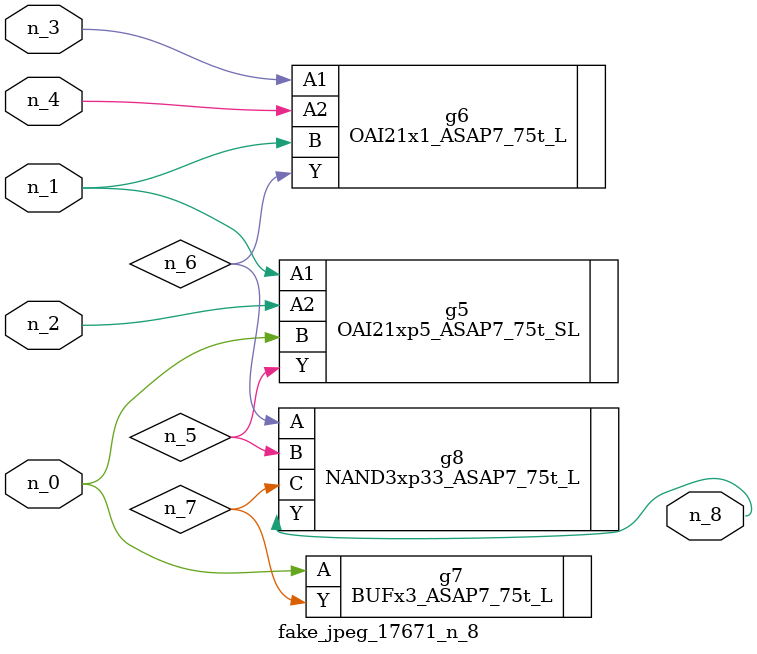
<source format=v>
module fake_jpeg_17671_n_8 (n_3, n_2, n_1, n_0, n_4, n_8);

input n_3;
input n_2;
input n_1;
input n_0;
input n_4;

output n_8;

wire n_6;
wire n_5;
wire n_7;

OAI21xp5_ASAP7_75t_SL g5 ( 
.A1(n_1),
.A2(n_2),
.B(n_0),
.Y(n_5)
);

OAI21x1_ASAP7_75t_L g6 ( 
.A1(n_3),
.A2(n_4),
.B(n_1),
.Y(n_6)
);

BUFx3_ASAP7_75t_L g7 ( 
.A(n_0),
.Y(n_7)
);

NAND3xp33_ASAP7_75t_L g8 ( 
.A(n_6),
.B(n_5),
.C(n_7),
.Y(n_8)
);


endmodule
</source>
